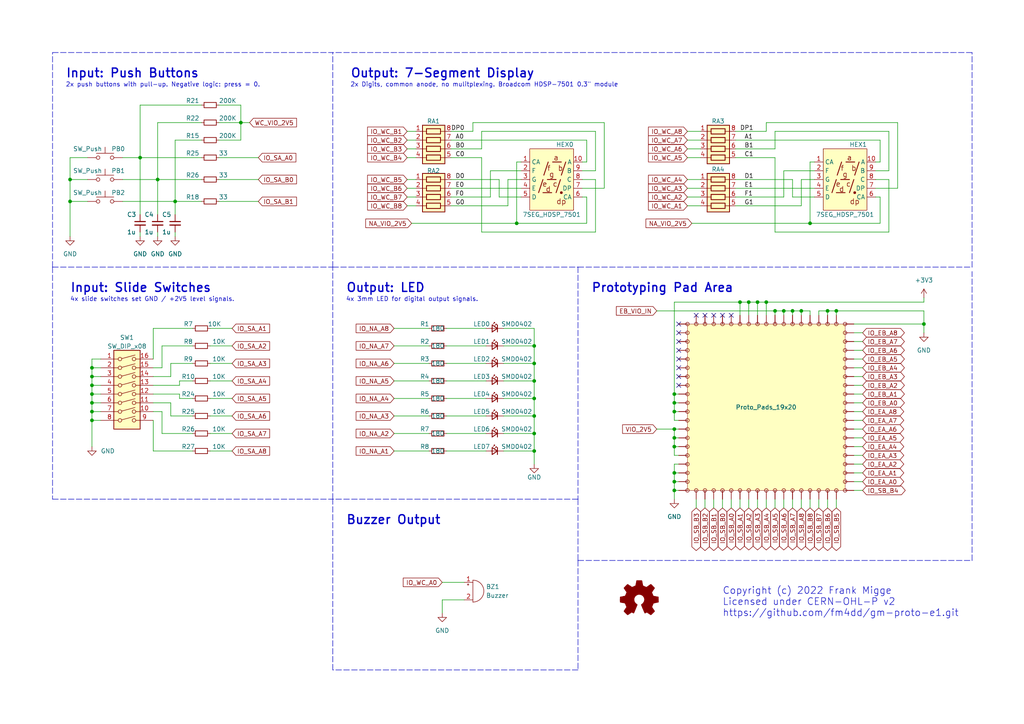
<source format=kicad_sch>
(kicad_sch (version 20211123) (generator eeschema)
  (paper "A4")
  (title_block (title "GateMate E1 Proto Board SMD - Input Output Signals") (date "2022-09-23"))
  (lib_symbols
    (symbol "01_FM4DD:R_Array_04" (pin_names (offset 0) hide)
      (property "Reference" "RA" (at 0 7.366 0))
      (property "Value" "R_Array_04" (at 0 -10.16 0))
      (symbol "R_Array_04_1_1"
        (pin passive line (at -5.08 3.81 0) (length 1.27) (name "R1") (number "1"))
        (pin passive line (at -5.08 1.27 0) (length 1.27) (name "R2") (number "2"))
        (pin passive line (at -5.08 -1.27 0) (length 1.27) (name "R3") (number "3"))
        (pin passive line (at -5.08 -3.81 0) (length 1.27) (name "R4") (number "4"))
        (pin passive line (at 5.08 -3.81 180) (length 1.27) (name "R4") (number "5"))
        (pin passive line (at 5.08 -1.27 180) (length 1.27) (name "R3") (number "6"))
        (pin passive line (at 5.08 1.27 180) (length 1.27) (name "R2") (number "7"))
        (pin passive line (at 5.08 3.81 180) (length 1.27) (name "R1") (number "8"))
      )
    )
    (symbol "Device:Buzzer" (pin_names (offset 0.0254) hide)
      (property "Reference" "BZ" (at 3.81 1.27 0))
      (property "Value" "Buzzer" (at 3.81 -1.27 0))
      (symbol "Buzzer_1_1"
        (pin passive line (at -2.54 2.54 0) (length 2.54) (name "-") (number "1"))
        (pin passive line (at -2.54 -2.54 0) (length 2.54) (name "+") (number "2"))
      )
    )
    (symbol "Device:C_Small" (pin_numbers hide) (pin_names (offset 0.254) hide)
      (property "Reference" "C" (at 0.254 1.778 0))
      (property "Value" "C_Small" (at 0.254 -2.032 0))
      (symbol "C_Small_1_1"
        (pin passive line (at 0 2.54 270) (length 2.032) (name "~") (number "1"))
        (pin passive line (at 0 -2.54 90) (length 2.032) (name "~") (number "2"))
      )
    )
    (symbol "Device:LED_Small" (pin_numbers hide) (pin_names (offset 0.254) hide)
      (property "Reference" "D" (at -1.27 3.175 0))
      (property "Value" "LED_Small" (at -4.445 -2.54 0))
      (symbol "LED_Small_1_1"
        (pin passive line (at -2.54 0 0) (length 1.778) (name "K") (number "1"))
        (pin passive line (at 2.54 0 180) (length 1.778) (name "A") (number "2"))
      )
    )
    (symbol "Device:R_Small" (pin_numbers hide) (pin_names (offset 0.254) hide)
      (property "Reference" "R" (at 0.762 0.508 0))
      (property "Value" "R_Small" (at 0.762 -1.016 0))
      (symbol "R_Small_1_1"
        (pin passive line (at 0 2.54 270) (length 0.762) (name "~") (number "1"))
        (pin passive line (at 0 -2.54 90) (length 0.762) (name "~") (number "2"))
      )
    )
    (symbol "FM4DD:7SEG_HDSP_7501"
      (property "Reference" "HEX" (at 3.81 10.16 0))
      (property "Value" "7SEG_HDSP_7501" (at 0 -15.24 0))
      (symbol "7SEG_HDSP_7501_0_0"
        (text "a" (at 1.27 6.35 0) (effects (font (size 1.524 1.524))))
        (text "b" (at 2.54 3.3 0) (effects (font (size 1.524 1.524))))
        (text "c" (at 1 -1.27 0) (effects (font (size 1.524 1.524))))
        (text "d" (at -1 -2.794 0) (effects (font (size 1.524 1.524))))
        (text "dp" (at 2.794 -6.35 0) (effects (font (size 1.524 1.524))))
        (text "e" (at -2 -1.27 0) (effects (font (size 1.524 1.524))))
        (text "f" (at -0.8 3.3 0) (effects (font (size 1.524 1.524))))
        (text "g" (at 0 1.524 0) (effects (font (size 1.524 1.524))))
      )
      (symbol "7SEG_HDSP_7501_1_1"
        (pin input line (at -8.89 5.08 0) (length 2.54) (name "CA") (number "1"))
        (pin input line (at 8.89 5.08 180) (length 2.54) (name "A") (number "10"))
        (pin input line (at -8.89 2.54 0) (length 2.54) (name "F") (number "2"))
        (pin input line (at -8.89 0 0) (length 2.54) (name "G") (number "3"))
        (pin input line (at -8.89 -2.54 0) (length 2.54) (name "E") (number "4"))
        (pin input line (at -8.89 -5.08 0) (length 2.54) (name "D") (number "5"))
        (pin input line (at 8.89 -5.08 180) (length 2.54) (name "CA") (number "6"))
        (pin input line (at 8.89 -2.54 180) (length 2.54) (name "DP") (number "7"))
        (pin input line (at 8.89 0 180) (length 2.54) (name "C") (number "8"))
        (pin input line (at 8.89 2.54 180) (length 2.54) (name "B") (number "9"))
      )
    )
    (symbol "FM4DD:Proto_Pads_19x20" (pin_numbers hide) (pin_names (offset 0) hide)
      (property "Value" "Proto_Pads_19x20" (at -1.778 -9.144 0))
      (symbol "Proto_Pads_19x20_1_1"
        (pin free line (at 25.4 -24.13 180) (length 2.54) (name "p1") (number "1"))
        (pin free line (at 25.4 -1.27 180) (length 2.54) (name "p10") (number "10"))
        (pin free line (at 25.4 1.27 180) (length 2.54) (name "p11") (number "11"))
        (pin free line (at 25.4 3.81 180) (length 2.54) (name "p12") (number "12"))
        (pin free line (at 25.4 6.35 180) (length 2.54) (name "p13") (number "13"))
        (pin free line (at 25.4 8.89 180) (length 2.54) (name "p14") (number "14"))
        (pin free line (at 25.4 11.43 180) (length 2.54) (name "p15") (number "15"))
        (pin free line (at 25.4 13.97 180) (length 2.54) (name "p16") (number "16"))
        (pin free line (at 25.4 16.51 180) (length 2.54) (name "p17") (number "17"))
        (pin free line (at 25.4 19.05 180) (length 2.54) (name "p18") (number "18"))
        (pin free line (at 25.4 21.59 180) (length 2.54) (name "p19") (number "19"))
        (pin free line (at 25.4 -21.59 180) (length 2.54) (name "p2") (number "2"))
        (pin free line (at 25.4 24.13 180) (length 2.54) (name "p20") (number "20"))
        (pin free line (at 20.32 26.67 270) (length 2.54) (name "p21") (number "21"))
        (pin free line (at 17.78 26.67 270) (length 2.54) (name "p22") (number "22"))
        (pin free line (at 15.24 26.67 270) (length 2.54) (name "p23") (number "23"))
        (pin free line (at 12.7 26.67 270) (length 2.54) (name "p24") (number "24"))
        (pin free line (at 10.16 26.67 270) (length 2.54) (name "p25") (number "25"))
        (pin free line (at 7.62 26.67 270) (length 2.54) (name "p26") (number "26"))
        (pin free line (at 5.08 26.67 270) (length 2.54) (name "p27") (number "27"))
        (pin free line (at 2.54 26.67 270) (length 2.54) (name "p28") (number "28"))
        (pin free line (at 0 26.67 270) (length 2.54) (name "p29") (number "29"))
        (pin free line (at 25.4 -19.05 180) (length 2.54) (name "p3") (number "3"))
        (pin free line (at -2.54 26.67 270) (length 2.54) (name "p30") (number "30"))
        (pin free line (at -5.08 26.67 270) (length 2.54) (name "p31") (number "31"))
        (pin free line (at -7.62 26.67 270) (length 2.54) (name "p32") (number "32"))
        (pin free line (at -10.16 26.67 270) (length 2.54) (name "p33") (number "33"))
        (pin free line (at -12.7 26.67 270) (length 2.54) (name "p34") (number "34"))
        (pin free line (at -15.24 26.67 270) (length 2.54) (name "p35") (number "35"))
        (pin free line (at -17.78 26.67 270) (length 2.54) (name "p36") (number "36"))
        (pin free line (at -20.32 26.67 270) (length 2.54) (name "p37") (number "37"))
        (pin free line (at -25.4 24.13 0) (length 2.54) (name "p38") (number "38"))
        (pin free line (at -25.4 21.59 0) (length 2.54) (name "p39") (number "39"))
        (pin free line (at 25.4 -16.51 180) (length 2.54) (name "p4") (number "4"))
        (pin free line (at -25.4 19.05 0) (length 2.54) (name "p40") (number "40"))
        (pin free line (at -25.4 16.51 0) (length 2.54) (name "p41") (number "41"))
        (pin free line (at -25.4 13.97 0) (length 2.54) (name "p42") (number "42"))
        (pin free line (at -25.4 11.43 0) (length 2.54) (name "p43") (number "43"))
        (pin free line (at -25.4 8.89 0) (length 2.54) (name "p44") (number "44"))
        (pin free line (at -25.4 6.35 0) (length 2.54) (name "p45") (number "45"))
        (pin free line (at -25.4 3.81 0) (length 2.54) (name "p46") (number "46"))
        (pin free line (at -25.4 1.27 0) (length 2.54) (name "p47") (number "47"))
        (pin free line (at -25.4 -1.27 0) (length 2.54) (name "p48") (number "48"))
        (pin free line (at -25.4 -3.81 0) (length 2.54) (name "p49") (number "49"))
        (pin free line (at 25.4 -13.97 180) (length 2.54) (name "p5") (number "5"))
        (pin free line (at -25.4 -6.35 0) (length 2.54) (name "p50") (number "50"))
        (pin free line (at -25.4 -8.89 0) (length 2.54) (name "p51") (number "51"))
        (pin free line (at -25.4 -11.43 0) (length 2.54) (name "p52") (number "52"))
        (pin free line (at -25.4 -13.97 0) (length 2.54) (name "p53") (number "53"))
        (pin free line (at -25.4 -16.51 0) (length 2.54) (name "p54") (number "54"))
        (pin free line (at -25.4 -19.05 0) (length 2.54) (name "p55") (number "55"))
        (pin free line (at -25.4 -21.59 0) (length 2.54) (name "p56") (number "56"))
        (pin free line (at -25.4 -24.13 0) (length 2.54) (name "p57") (number "57"))
        (pin free line (at -20.32 -26.67 90) (length 2.54) (name "p58") (number "58"))
        (pin free line (at -17.78 -26.67 90) (length 2.54) (name "p59") (number "59"))
        (pin free line (at 25.4 -11.43 180) (length 2.54) (name "p6") (number "6"))
        (pin free line (at -15.24 -26.67 90) (length 2.54) (name "p60") (number "60"))
        (pin free line (at -12.7 -26.67 90) (length 2.54) (name "p61") (number "61"))
        (pin free line (at -10.16 -26.67 90) (length 2.54) (name "p62") (number "62"))
        (pin free line (at -7.62 -26.67 90) (length 2.54) (name "p63") (number "63"))
        (pin free line (at -5.08 -26.67 90) (length 2.54) (name "p64") (number "64"))
        (pin free line (at -2.54 -26.67 90) (length 2.54) (name "p65") (number "65"))
        (pin free line (at 0 -26.67 90) (length 2.54) (name "p66") (number "66"))
        (pin free line (at 2.54 -26.67 90) (length 2.54) (name "p67") (number "67"))
        (pin free line (at 5.08 -26.67 90) (length 2.54) (name "p68") (number "68"))
        (pin free line (at 7.62 -26.67 90) (length 2.54) (name "p69") (number "69"))
        (pin free line (at 25.4 -8.89 180) (length 2.54) (name "p7") (number "7"))
        (pin free line (at 10.16 -26.67 90) (length 2.54) (name "p70") (number "70"))
        (pin free line (at 12.7 -26.67 90) (length 2.54) (name "p71") (number "71"))
        (pin free line (at 15.24 -26.67 90) (length 2.54) (name "p72") (number "72"))
        (pin free line (at 17.78 -26.67 90) (length 2.54) (name "p73") (number "73"))
        (pin free line (at 20.32 -26.67 90) (length 2.54) (name "p74") (number "74"))
        (pin free line (at 25.4 -6.35 180) (length 2.54) (name "p8") (number "8"))
        (pin free line (at 25.4 -3.81 180) (length 2.54) (name "p9") (number "9"))
      )
    )
    (symbol "Graphic:Logo_Open_Hardware_Small" (pin_names (offset 1.016)))
    (symbol "Switch:SW_DIP_x08" (pin_names (offset 0) hide)
      (property "Reference" "SW" (at 0 13.97 0))
      (property "Value" "SW_DIP_x08" (at 0 -11.43 0))
      (symbol "SW_DIP_x08_1_1"
        (pin passive line (at -7.62 10.16 0) (length 5.08) (name "~") (number "1"))
        (pin passive line (at 7.62 -5.08 180) (length 5.08) (name "~") (number "10"))
        (pin passive line (at 7.62 -2.54 180) (length 5.08) (name "~") (number "11"))
        (pin passive line (at 7.62 0 180) (length 5.08) (name "~") (number "12"))
        (pin passive line (at 7.62 2.54 180) (length 5.08) (name "~") (number "13"))
        (pin passive line (at 7.62 5.08 180) (length 5.08) (name "~") (number "14"))
        (pin passive line (at 7.62 7.62 180) (length 5.08) (name "~") (number "15"))
        (pin passive line (at 7.62 10.16 180) (length 5.08) (name "~") (number "16"))
        (pin passive line (at -7.62 7.62 0) (length 5.08) (name "~") (number "2"))
        (pin passive line (at -7.62 5.08 0) (length 5.08) (name "~") (number "3"))
        (pin passive line (at -7.62 2.54 0) (length 5.08) (name "~") (number "4"))
        (pin passive line (at -7.62 0 0) (length 5.08) (name "~") (number "5"))
        (pin passive line (at -7.62 -2.54 0) (length 5.08) (name "~") (number "6"))
        (pin passive line (at -7.62 -5.08 0) (length 5.08) (name "~") (number "7"))
        (pin passive line (at -7.62 -7.62 0) (length 5.08) (name "~") (number "8"))
        (pin passive line (at 7.62 -7.62 180) (length 5.08) (name "~") (number "9"))
      )
    )
    (symbol "Switch:SW_Push" (pin_numbers hide) (pin_names (offset 1.016) hide)
      (property "Reference" "SW" (at 1.27 2.54 0))
      (property "Value" "SW_Push" (at 0 -1.524 0))
      (symbol "SW_Push_0_1"
        (pin passive line (at -5.08 0 0) (length 2.54) (name "1") (number "1"))
        (pin passive line (at 5.08 0 180) (length 2.54) (name "2") (number "2"))
      )
    )
    (symbol "power:+3V3" (power) (pin_names (offset 0))
      (property "Value" "+3V3" (at 0 3.556 0))
      (symbol "+3V3_1_1"
        (pin power_in line (at 0 0 90) (length 0) hide (name "+3V3") (number "1"))
      )
    )
    (symbol "power:GND" (power) (pin_names (offset 0))
      (property "Value" "GND" (at 0 -3.81 0))
      (symbol "GND_1_1"
        (pin power_in line (at 0 0 270) (length 0) hide (name "GND") (number "1"))
      )
    )
  )
  (junction (at 40.64 45.72))
  (junction (at 20.32 58.42))
  (junction (at 267.97 93.98))
  (junction (at 214.63 87.63))
  (junction (at 195.58 116.84))
  (junction (at 227.33 90.17))
  (junction (at 149.86 64.77))
  (junction (at 195.58 124.46))
  (junction (at 154.94 115.57))
  (junction (at 232.41 90.17))
  (junction (at 154.94 125.73))
  (junction (at 229.87 90.17))
  (junction (at 224.79 90.17))
  (junction (at 195.58 139.7))
  (junction (at 154.94 110.49))
  (junction (at 154.94 130.81))
  (junction (at 242.57 90.17))
  (junction (at 195.58 119.38))
  (junction (at 154.94 120.65))
  (junction (at 45.72 52.07))
  (junction (at 195.58 127))
  (junction (at 26.67 114.3))
  (junction (at 26.67 111.76))
  (junction (at 195.58 137.16))
  (junction (at 50.8 58.42))
  (junction (at 20.32 52.07))
  (junction (at 26.67 106.68))
  (junction (at 234.95 64.77))
  (junction (at 69.85 35.56))
  (junction (at 240.03 90.17))
  (junction (at 154.94 100.33))
  (junction (at 217.17 87.63))
  (junction (at 26.67 109.22))
  (junction (at 195.58 142.24))
  (junction (at 154.94 105.41))
  (junction (at 26.67 119.38))
  (junction (at 222.25 87.63))
  (junction (at 26.67 121.92))
  (junction (at 195.58 129.54))
  (junction (at 219.71 87.63))
  (junction (at 195.58 114.3))
  (junction (at 26.67 116.84))
  (no_connect (at 196.85 104.14))
  (no_connect (at 196.85 111.76))
  (no_connect (at 196.85 109.22))
  (no_connect (at 196.85 106.68))
  (no_connect (at 196.85 101.6))
  (no_connect (at 196.85 99.06))
  (no_connect (at 196.85 96.52))
  (no_connect (at 196.85 93.98))
  (no_connect (at 201.93 91.44))
  (no_connect (at 204.47 91.44))
  (no_connect (at 207.01 91.44))
  (no_connect (at 209.55 91.44))
  (no_connect (at 212.09 91.44))
  (wire (pts (xy 247.65 116.84) (xy 250.19 116.84)))
  (wire (pts (xy 63.5 45.72) (xy 74.93 45.72)))
  (wire (pts (xy 137.16 35.56) (xy 175.26 35.56)))
  (wire (pts (xy 234.95 144.78) (xy 234.95 147.32)))
  (wire (pts (xy 217.17 144.78) (xy 217.17 147.32)))
  (wire (pts (xy 170.18 57.15) (xy 170.18 64.77)))
  (wire (pts (xy 227.33 57.15) (xy 227.33 49.53)))
  (wire (pts (xy 196.85 132.08) (xy 195.58 132.08)))
  (wire (pts (xy 219.71 87.63) (xy 222.25 87.63)))
  (wire (pts (xy 257.81 52.07) (xy 254 52.07)))
  (wire (pts (xy 45.72 35.56) (xy 58.42 35.56)))
  (wire (pts (xy 170.18 64.77) (xy 149.86 64.77)))
  (wire (pts (xy 200.66 64.77) (xy 234.95 64.77)))
  (polyline (pts (xy 167.64 162.56) (xy 281.94 162.56)))
  (wire (pts (xy 26.67 121.92) (xy 26.67 129.54)))
  (wire (pts (xy 63.5 30.48) (xy 69.85 30.48)))
  (wire (pts (xy 240.03 90.17) (xy 240.03 91.44)))
  (wire (pts (xy 247.65 119.38) (xy 250.19 119.38)))
  (wire (pts (xy 20.32 58.42) (xy 20.32 68.58)))
  (wire (pts (xy 35.56 58.42) (xy 50.8 58.42)))
  (wire (pts (xy 213.36 54.61) (xy 236.22 54.61)))
  (wire (pts (xy 147.32 52.07) (xy 147.32 59.69)))
  (wire (pts (xy 118.11 52.07) (xy 120.65 52.07)))
  (wire (pts (xy 118.11 45.72) (xy 120.65 45.72)))
  (wire (pts (xy 29.21 109.22) (xy 26.67 109.22)))
  (wire (pts (xy 247.65 106.68) (xy 250.19 106.68)))
  (wire (pts (xy 247.65 114.3) (xy 250.19 114.3)))
  (wire (pts (xy 232.41 144.78) (xy 232.41 147.32)))
  (wire (pts (xy 114.3 105.41) (xy 124.46 105.41)))
  (wire (pts (xy 35.56 45.72) (xy 40.64 45.72)))
  (wire (pts (xy 44.45 106.68) (xy 46.99 106.68)))
  (wire (pts (xy 146.05 110.49) (xy 154.94 110.49)))
  (wire (pts (xy 195.58 142.24) (xy 196.85 142.24)))
  (wire (pts (xy 134.62 173.99) (xy 128.27 173.99)))
  (wire (pts (xy 240.03 144.78) (xy 240.03 147.32)))
  (wire (pts (xy 229.87 57.15) (xy 236.22 57.15)))
  (polyline (pts (xy 96.52 77.47) (xy 167.64 77.47)))
  (wire (pts (xy 52.07 111.76) (xy 52.07 110.49)))
  (wire (pts (xy 224.79 90.17) (xy 224.79 91.44)))
  (wire (pts (xy 130.81 45.72) (xy 139.7 45.72)))
  (wire (pts (xy 224.79 144.78) (xy 224.79 147.32)))
  (wire (pts (xy 229.87 90.17) (xy 232.41 90.17)))
  (wire (pts (xy 190.5 124.46) (xy 195.58 124.46)))
  (wire (pts (xy 213.36 45.72) (xy 224.79 45.72)))
  (wire (pts (xy 129.54 100.33) (xy 140.97 100.33)))
  (wire (pts (xy 195.58 114.3) (xy 195.58 87.63)))
  (polyline (pts (xy 167.64 144.78) (xy 167.64 162.56)))
  (wire (pts (xy 129.54 125.73) (xy 140.97 125.73)))
  (wire (pts (xy 118.11 38.1) (xy 120.65 38.1)))
  (wire (pts (xy 196.85 134.62) (xy 195.58 134.62)))
  (wire (pts (xy 195.58 124.46) (xy 196.85 124.46)))
  (wire (pts (xy 63.5 40.64) (xy 69.85 40.64)))
  (wire (pts (xy 29.21 116.84) (xy 26.67 116.84)))
  (wire (pts (xy 172.72 38.1) (xy 139.7 38.1)))
  (polyline (pts (xy 15.24 77.47) (xy 15.24 15.24)))
  (wire (pts (xy 139.7 38.1) (xy 139.7 43.18)))
  (wire (pts (xy 60.96 115.57) (xy 67.31 115.57)))
  (wire (pts (xy 129.54 105.41) (xy 140.97 105.41)))
  (wire (pts (xy 195.58 139.7) (xy 195.58 142.24)))
  (wire (pts (xy 232.41 59.69) (xy 213.36 59.69)))
  (wire (pts (xy 255.27 46.99) (xy 255.27 40.64)))
  (wire (pts (xy 227.33 90.17) (xy 227.33 91.44)))
  (wire (pts (xy 118.11 43.18) (xy 120.65 43.18)))
  (wire (pts (xy 240.03 90.17) (xy 242.57 90.17)))
  (wire (pts (xy 154.94 95.25) (xy 154.94 100.33)))
  (wire (pts (xy 267.97 96.52) (xy 267.97 93.98)))
  (wire (pts (xy 60.96 95.25) (xy 67.31 95.25)))
  (wire (pts (xy 254 57.15) (xy 255.27 57.15)))
  (wire (pts (xy 229.87 144.78) (xy 229.87 147.32)))
  (wire (pts (xy 154.94 120.65) (xy 154.94 125.73)))
  (wire (pts (xy 237.49 90.17) (xy 237.49 91.44)))
  (wire (pts (xy 114.3 95.25) (xy 124.46 95.25)))
  (wire (pts (xy 46.99 119.38) (xy 46.99 125.73)))
  (wire (pts (xy 204.47 144.78) (xy 204.47 147.32)))
  (wire (pts (xy 267.97 90.17) (xy 267.97 93.98)))
  (polyline (pts (xy 167.64 162.56) (xy 167.64 194.31)))
  (wire (pts (xy 195.58 137.16) (xy 195.58 139.7)))
  (wire (pts (xy 227.33 90.17) (xy 229.87 90.17)))
  (wire (pts (xy 49.53 109.22) (xy 49.53 105.41)))
  (wire (pts (xy 69.85 40.64) (xy 69.85 35.56)))
  (wire (pts (xy 49.53 105.41) (xy 55.88 105.41)))
  (polyline (pts (xy 167.64 77.47) (xy 281.94 77.47)))
  (polyline (pts (xy 15.24 77.47) (xy 96.52 77.47)))
  (wire (pts (xy 49.53 116.84) (xy 49.53 120.65)))
  (wire (pts (xy 142.24 49.53) (xy 151.13 49.53)))
  (wire (pts (xy 20.32 45.72) (xy 20.32 52.07)))
  (wire (pts (xy 26.67 106.68) (xy 26.67 109.22)))
  (wire (pts (xy 207.01 144.78) (xy 207.01 147.32)))
  (wire (pts (xy 50.8 67.31) (xy 50.8 68.58)))
  (wire (pts (xy 168.91 46.99) (xy 170.18 46.99)))
  (wire (pts (xy 60.96 120.65) (xy 67.31 120.65)))
  (wire (pts (xy 168.91 49.53) (xy 172.72 49.53)))
  (wire (pts (xy 118.11 40.64) (xy 120.65 40.64)))
  (wire (pts (xy 29.21 119.38) (xy 26.67 119.38)))
  (wire (pts (xy 172.72 67.31) (xy 172.72 52.07)))
  (wire (pts (xy 50.8 58.42) (xy 50.8 40.64)))
  (wire (pts (xy 222.25 144.78) (xy 222.25 147.32)))
  (wire (pts (xy 146.05 95.25) (xy 154.94 95.25)))
  (wire (pts (xy 195.58 129.54) (xy 195.58 127)))
  (wire (pts (xy 29.21 106.68) (xy 26.67 106.68)))
  (wire (pts (xy 146.05 105.41) (xy 154.94 105.41)))
  (wire (pts (xy 154.94 125.73) (xy 154.94 130.81)))
  (wire (pts (xy 267.97 87.63) (xy 222.25 87.63)))
  (wire (pts (xy 139.7 43.18) (xy 130.81 43.18)))
  (wire (pts (xy 257.81 67.31) (xy 257.81 52.07)))
  (wire (pts (xy 44.45 95.25) (xy 55.88 95.25)))
  (wire (pts (xy 26.67 109.22) (xy 26.67 111.76)))
  (wire (pts (xy 118.11 59.69) (xy 120.65 59.69)))
  (wire (pts (xy 199.39 59.69) (xy 203.2 59.69)))
  (polyline (pts (xy 15.24 144.78) (xy 96.52 144.78)))
  (wire (pts (xy 29.21 111.76) (xy 26.67 111.76)))
  (wire (pts (xy 137.16 38.1) (xy 137.16 35.56)))
  (wire (pts (xy 213.36 38.1) (xy 222.25 38.1)))
  (wire (pts (xy 144.78 57.15) (xy 151.13 57.15)))
  (wire (pts (xy 44.45 109.22) (xy 49.53 109.22)))
  (wire (pts (xy 257.81 38.1) (xy 224.79 38.1)))
  (wire (pts (xy 60.96 130.81) (xy 67.31 130.81)))
  (wire (pts (xy 25.4 45.72) (xy 20.32 45.72)))
  (wire (pts (xy 139.7 45.72) (xy 139.7 67.31)))
  (wire (pts (xy 212.09 144.78) (xy 212.09 147.32)))
  (wire (pts (xy 149.86 64.77) (xy 149.86 46.99)))
  (wire (pts (xy 227.33 144.78) (xy 227.33 147.32)))
  (wire (pts (xy 44.45 119.38) (xy 46.99 119.38)))
  (wire (pts (xy 114.3 130.81) (xy 124.46 130.81)))
  (polyline (pts (xy 167.64 194.31) (xy 96.52 194.31)))
  (wire (pts (xy 35.56 52.07) (xy 45.72 52.07)))
  (wire (pts (xy 114.3 120.65) (xy 124.46 120.65)))
  (wire (pts (xy 69.85 35.56) (xy 72.39 35.56)))
  (wire (pts (xy 199.39 57.15) (xy 203.2 57.15)))
  (wire (pts (xy 247.65 124.46) (xy 250.19 124.46)))
  (wire (pts (xy 129.54 110.49) (xy 140.97 110.49)))
  (wire (pts (xy 154.94 110.49) (xy 154.94 115.57)))
  (wire (pts (xy 214.63 144.78) (xy 214.63 147.32)))
  (wire (pts (xy 237.49 144.78) (xy 237.49 147.32)))
  (polyline (pts (xy 281.94 77.47) (xy 281.94 15.24)))
  (wire (pts (xy 44.45 130.81) (xy 55.88 130.81)))
  (wire (pts (xy 213.36 57.15) (xy 227.33 57.15)))
  (wire (pts (xy 242.57 90.17) (xy 242.57 91.44)))
  (wire (pts (xy 154.94 100.33) (xy 154.94 105.41)))
  (wire (pts (xy 222.25 35.56) (xy 260.35 35.56)))
  (wire (pts (xy 224.79 45.72) (xy 224.79 67.31)))
  (polyline (pts (xy 167.64 162.56) (xy 167.64 162.56)))
  (wire (pts (xy 40.64 45.72) (xy 58.42 45.72)))
  (wire (pts (xy 154.94 105.41) (xy 154.94 110.49)))
  (wire (pts (xy 247.65 127) (xy 250.19 127)))
  (wire (pts (xy 232.41 52.07) (xy 232.41 59.69)))
  (wire (pts (xy 195.58 134.62) (xy 195.58 137.16)))
  (wire (pts (xy 247.65 132.08) (xy 250.19 132.08)))
  (wire (pts (xy 175.26 54.61) (xy 168.91 54.61)))
  (wire (pts (xy 146.05 130.81) (xy 154.94 130.81)))
  (wire (pts (xy 29.21 121.92) (xy 26.67 121.92)))
  (wire (pts (xy 44.45 111.76) (xy 52.07 111.76)))
  (wire (pts (xy 128.27 168.91) (xy 134.62 168.91)))
  (polyline (pts (xy 167.64 144.78) (xy 96.52 144.78)))
  (wire (pts (xy 236.22 52.07) (xy 232.41 52.07)))
  (wire (pts (xy 247.65 109.22) (xy 250.19 109.22)))
  (wire (pts (xy 247.65 121.92) (xy 250.19 121.92)))
  (wire (pts (xy 214.63 91.44) (xy 214.63 87.63)))
  (wire (pts (xy 234.95 64.77) (xy 234.95 46.99)))
  (wire (pts (xy 114.3 110.49) (xy 124.46 110.49)))
  (wire (pts (xy 50.8 58.42) (xy 58.42 58.42)))
  (wire (pts (xy 119.38 64.77) (xy 149.86 64.77)))
  (wire (pts (xy 175.26 35.56) (xy 175.26 54.61)))
  (wire (pts (xy 217.17 91.44) (xy 217.17 87.63)))
  (wire (pts (xy 172.72 52.07) (xy 168.91 52.07)))
  (wire (pts (xy 195.58 87.63) (xy 214.63 87.63)))
  (wire (pts (xy 40.64 67.31) (xy 40.64 68.58)))
  (wire (pts (xy 50.8 40.64) (xy 58.42 40.64)))
  (wire (pts (xy 45.72 52.07) (xy 45.72 62.23)))
  (wire (pts (xy 130.81 52.07) (xy 144.78 52.07)))
  (wire (pts (xy 60.96 100.33) (xy 67.31 100.33)))
  (wire (pts (xy 128.27 173.99) (xy 128.27 177.8)))
  (polyline (pts (xy 96.52 77.47) (xy 96.52 15.24)))
  (wire (pts (xy 195.58 127) (xy 195.58 124.46)))
  (wire (pts (xy 236.22 46.99) (xy 234.95 46.99)))
  (wire (pts (xy 219.71 91.44) (xy 219.71 87.63)))
  (wire (pts (xy 247.65 96.52) (xy 250.19 96.52)))
  (wire (pts (xy 195.58 114.3) (xy 196.85 114.3)))
  (wire (pts (xy 199.39 38.1) (xy 203.2 38.1)))
  (wire (pts (xy 195.58 116.84) (xy 195.58 119.38)))
  (wire (pts (xy 254 49.53) (xy 257.81 49.53)))
  (wire (pts (xy 242.57 144.78) (xy 242.57 147.32)))
  (wire (pts (xy 129.54 115.57) (xy 140.97 115.57)))
  (wire (pts (xy 151.13 46.99) (xy 149.86 46.99)))
  (wire (pts (xy 242.57 90.17) (xy 267.97 90.17)))
  (wire (pts (xy 60.96 125.73) (xy 67.31 125.73)))
  (wire (pts (xy 139.7 67.31) (xy 172.72 67.31)))
  (wire (pts (xy 247.65 142.24) (xy 250.19 142.24)))
  (wire (pts (xy 195.58 121.92) (xy 196.85 121.92)))
  (wire (pts (xy 247.65 101.6) (xy 250.19 101.6)))
  (wire (pts (xy 45.72 52.07) (xy 58.42 52.07)))
  (wire (pts (xy 114.3 100.33) (xy 124.46 100.33)))
  (wire (pts (xy 247.65 134.62) (xy 250.19 134.62)))
  (wire (pts (xy 201.93 144.78) (xy 201.93 147.32)))
  (wire (pts (xy 63.5 35.56) (xy 69.85 35.56)))
  (wire (pts (xy 49.53 120.65) (xy 55.88 120.65)))
  (wire (pts (xy 154.94 130.81) (xy 154.94 134.62)))
  (wire (pts (xy 237.49 90.17) (xy 240.03 90.17)))
  (wire (pts (xy 170.18 46.99) (xy 170.18 40.64)))
  (wire (pts (xy 118.11 54.61) (xy 120.65 54.61)))
  (wire (pts (xy 224.79 43.18) (xy 213.36 43.18)))
  (wire (pts (xy 114.3 125.73) (xy 124.46 125.73)))
  (wire (pts (xy 195.58 137.16) (xy 196.85 137.16)))
  (wire (pts (xy 195.58 116.84) (xy 196.85 116.84)))
  (wire (pts (xy 26.67 111.76) (xy 26.67 114.3)))
  (wire (pts (xy 46.99 125.73) (xy 55.88 125.73)))
  (wire (pts (xy 130.81 40.64) (xy 170.18 40.64)))
  (wire (pts (xy 147.32 59.69) (xy 130.81 59.69)))
  (wire (pts (xy 217.17 87.63) (xy 219.71 87.63)))
  (wire (pts (xy 267.97 86.36) (xy 267.97 87.63)))
  (wire (pts (xy 52.07 114.3) (xy 52.07 115.57)))
  (wire (pts (xy 55.88 115.57) (xy 52.07 115.57)))
  (wire (pts (xy 190.5 90.17) (xy 224.79 90.17)))
  (wire (pts (xy 63.5 52.07) (xy 74.93 52.07)))
  (wire (pts (xy 45.72 35.56) (xy 45.72 52.07)))
  (wire (pts (xy 232.41 90.17) (xy 234.95 90.17)))
  (wire (pts (xy 219.71 144.78) (xy 219.71 147.32)))
  (wire (pts (xy 229.87 52.07) (xy 229.87 57.15)))
  (wire (pts (xy 195.58 119.38) (xy 196.85 119.38)))
  (wire (pts (xy 63.5 58.42) (xy 74.93 58.42)))
  (polyline (pts (xy 281.94 162.56) (xy 281.94 78.74)))
  (wire (pts (xy 209.55 144.78) (xy 209.55 147.32)))
  (wire (pts (xy 234.95 91.44) (xy 234.95 90.17)))
  (wire (pts (xy 195.58 142.24) (xy 195.58 144.78)))
  (wire (pts (xy 129.54 95.25) (xy 140.97 95.25)))
  (wire (pts (xy 247.65 137.16) (xy 250.19 137.16)))
  (wire (pts (xy 232.41 90.17) (xy 232.41 91.44)))
  (wire (pts (xy 199.39 54.61) (xy 203.2 54.61)))
  (wire (pts (xy 222.25 38.1) (xy 222.25 35.56)))
  (wire (pts (xy 168.91 57.15) (xy 170.18 57.15)))
  (wire (pts (xy 195.58 119.38) (xy 195.58 121.92)))
  (wire (pts (xy 130.81 54.61) (xy 151.13 54.61)))
  (wire (pts (xy 255.27 57.15) (xy 255.27 64.77)))
  (wire (pts (xy 130.81 57.15) (xy 142.24 57.15)))
  (wire (pts (xy 29.21 104.14) (xy 26.67 104.14)))
  (wire (pts (xy 255.27 64.77) (xy 234.95 64.77)))
  (wire (pts (xy 224.79 67.31) (xy 257.81 67.31)))
  (wire (pts (xy 247.65 129.54) (xy 250.19 129.54)))
  (wire (pts (xy 26.67 104.14) (xy 26.67 106.68)))
  (polyline (pts (xy 96.52 194.31) (xy 96.52 144.78)))
  (wire (pts (xy 195.58 116.84) (xy 195.58 114.3)))
  (wire (pts (xy 227.33 49.53) (xy 236.22 49.53)))
  (polyline (pts (xy 281.94 15.24) (xy 96.52 15.24)))
  (wire (pts (xy 44.45 114.3) (xy 52.07 114.3)))
  (wire (pts (xy 151.13 52.07) (xy 147.32 52.07)))
  (wire (pts (xy 46.99 106.68) (xy 46.99 100.33)))
  (wire (pts (xy 229.87 90.17) (xy 229.87 91.44)))
  (wire (pts (xy 260.35 54.61) (xy 254 54.61)))
  (wire (pts (xy 26.67 114.3) (xy 26.67 116.84)))
  (wire (pts (xy 199.39 43.18) (xy 203.2 43.18)))
  (wire (pts (xy 118.11 57.15) (xy 120.65 57.15)))
  (wire (pts (xy 195.58 132.08) (xy 195.58 129.54)))
  (wire (pts (xy 114.3 115.57) (xy 124.46 115.57)))
  (wire (pts (xy 199.39 45.72) (xy 203.2 45.72)))
  (wire (pts (xy 214.63 87.63) (xy 217.17 87.63)))
  (polyline (pts (xy 15.24 77.47) (xy 15.24 144.78)))
  (wire (pts (xy 55.88 110.49) (xy 52.07 110.49)))
  (wire (pts (xy 247.65 99.06) (xy 250.19 99.06)))
  (wire (pts (xy 144.78 52.07) (xy 144.78 57.15)))
  (wire (pts (xy 154.94 115.57) (xy 154.94 120.65)))
  (wire (pts (xy 44.45 121.92) (xy 44.45 130.81)))
  (wire (pts (xy 224.79 90.17) (xy 227.33 90.17)))
  (polyline (pts (xy 96.52 144.78) (xy 96.52 77.47)))
  (wire (pts (xy 199.39 40.64) (xy 203.2 40.64)))
  (wire (pts (xy 247.65 111.76) (xy 250.19 111.76)))
  (wire (pts (xy 129.54 130.81) (xy 140.97 130.81)))
  (wire (pts (xy 146.05 120.65) (xy 154.94 120.65)))
  (wire (pts (xy 26.67 119.38) (xy 26.67 121.92)))
  (wire (pts (xy 46.99 100.33) (xy 55.88 100.33)))
  (wire (pts (xy 130.81 38.1) (xy 137.16 38.1)))
  (wire (pts (xy 20.32 52.07) (xy 25.4 52.07)))
  (wire (pts (xy 222.25 87.63) (xy 222.25 91.44)))
  (wire (pts (xy 44.45 116.84) (xy 49.53 116.84)))
  (wire (pts (xy 146.05 100.33) (xy 154.94 100.33)))
  (wire (pts (xy 195.58 127) (xy 196.85 127)))
  (wire (pts (xy 29.21 114.3) (xy 26.67 114.3)))
  (wire (pts (xy 50.8 58.42) (xy 50.8 62.23)))
  (wire (pts (xy 20.32 58.42) (xy 25.4 58.42)))
  (wire (pts (xy 213.36 40.64) (xy 255.27 40.64)))
  (wire (pts (xy 247.65 104.14) (xy 250.19 104.14)))
  (wire (pts (xy 172.72 49.53) (xy 172.72 38.1)))
  (wire (pts (xy 40.64 30.48) (xy 58.42 30.48)))
  (wire (pts (xy 195.58 139.7) (xy 196.85 139.7)))
  (wire (pts (xy 40.64 45.72) (xy 40.64 62.23)))
  (wire (pts (xy 247.65 139.7) (xy 250.19 139.7)))
  (wire (pts (xy 60.96 110.49) (xy 67.31 110.49)))
  (wire (pts (xy 45.72 67.31) (xy 45.72 68.58)))
  (polyline (pts (xy 15.24 15.24) (xy 96.52 15.24)))
  (wire (pts (xy 26.67 116.84) (xy 26.67 119.38)))
  (wire (pts (xy 20.32 52.07) (xy 20.32 58.42)))
  (wire (pts (xy 199.39 52.07) (xy 203.2 52.07)))
  (wire (pts (xy 146.05 115.57) (xy 154.94 115.57)))
  (wire (pts (xy 213.36 52.07) (xy 229.87 52.07)))
  (wire (pts (xy 44.45 104.14) (xy 44.45 95.25)))
  (wire (pts (xy 60.96 105.41) (xy 67.31 105.41)))
  (wire (pts (xy 146.05 125.73) (xy 154.94 125.73)))
  (wire (pts (xy 257.81 49.53) (xy 257.81 38.1)))
  (wire (pts (xy 129.54 120.65) (xy 140.97 120.65)))
  (polyline (pts (xy 167.64 77.47) (xy 167.64 144.78)))
  (wire (pts (xy 247.65 93.98) (xy 267.97 93.98)))
  (wire (pts (xy 142.24 57.15) (xy 142.24 49.53)))
  (wire (pts (xy 40.64 30.48) (xy 40.64 45.72)))
  (wire (pts (xy 195.58 129.54) (xy 196.85 129.54)))
  (wire (pts (xy 260.35 35.56) (xy 260.35 54.61)))
  (wire (pts (xy 69.85 35.56) (xy 69.85 30.48)))
  (wire (pts (xy 254 46.99) (xy 255.27 46.99)))
  (wire (pts (xy 224.79 38.1) (xy 224.79 43.18)))
  (text "Prototyping Pad Area" (at 171.45 85.09 0) (effects (font (size 2.54 2.54) (thickness 0.4) bold) (justify left bottom)))
  (text "Copyright (c) 2022 Frank Migge\nLicensed under CERN-OHL-P v2\nhttps://github.com/fm4dd/gm-proto-e1.git" (at 209.55 179.07 0) (effects (font (size 2 2)) (justify left bottom)))
  (text "2x push buttons with pull-up. Negative logic: press = 0." (at 19.05 25.4 0) (effects (font (size 1.27 1.27)) (justify left bottom)))
  (text "Input: Push Buttons" (at 19.05 22.86 0) (effects (font (size 2.54 2.54) (thickness 0.4) bold) (justify left bottom)))
  (text "4x slide switches set GND / +2V5 level signals." (at 20.32 87.63 0) (effects (font (size 1.27 1.27)) (justify left bottom)))
  (text "Input: Slide Switches" (at 20.32 85.09 0) (effects (font (size 2.54 2.54) (thickness 0.4) bold) (justify left bottom)))
  (text "4x 3mm LED for digital output signals." (at 100.33 87.63 0) (effects (font (size 1.27 1.27)) (justify left bottom)))
  (text "Output: 7-Segment Display" (at 101.6 22.86 0) (effects (font (size 2.54 2.54) (thickness 0.4) bold) (justify left bottom)))
  (text "Output: LED" (at 100.33 85.09 0) (effects (font (size 2.54 2.54) (thickness 0.4) bold) (justify left bottom)))
  (text "2x Digits, common anode, no mulitplexing. Broadcom HDSP-7501 0.3\" module" (at 101.6 25.4 0) (effects (font (size 1.27 1.27)) (justify left bottom)))
  (text "Buzzer Output" (at 100.33 152.4 0) (effects (font (size 2.54 2.54) (thickness 0.4) bold) (justify left bottom)))
  (label "C0" (at 132.08 45.72 0))
  (label "C1" (at 215.9 45.72 0))
  (label "A0" (at 132.08 40.64 0))
  (label "F0" (at 132.08 57.15 0))
  (label "D0" (at 132.08 52.07 0))
  (label "B0" (at 132.08 43.18 0))
  (label "G1" (at 215.9 59.69 0))
  (label "A1" (at 215.9 40.64 0))
  (label "G0" (at 132.08 59.69 0))
  (label "E0" (at 132.08 54.61 0))
  (label "F1" (at 215.9 57.15 0))
  (label "B1" (at 215.9 43.18 0))
  (label "D1" (at 215.9 52.07 0))
  (label "E1" (at 215.9 54.61 0))
  (label "DP1" (at 214.63 38.1 0))
  (label "DP0" (at 130.81 38.1 0))
  (global_label "IO_NA_A4" (shape input) (at 114.3 115.57 180) (property "Intersheet References" "${INTERSHEET_REFS}" (effects hide)))
  (global_label "IO_EB_A7" (shape bidirectional) (at 250.19 99.06 0) (property "Intersheet References" "${INTERSHEET_REFS}" (effects hide)))
  (global_label "IO_SB_B4" (shape bidirectional) (at 250.19 142.24 0) (property "Intersheet References" "${INTERSHEET_REFS}" (effects hide)))
  (global_label "IO_WC_B2" (shape input) (at 118.11 40.64 180) (property "Intersheet References" "${INTERSHEET_REFS}" (effects hide)))
  (global_label "IO_WC_A3" (shape input) (at 199.39 54.61 180) (property "Intersheet References" "${INTERSHEET_REFS}" (effects hide)))
  (global_label "IO_EA_A7" (shape bidirectional) (at 250.19 121.92 0) (property "Intersheet References" "${INTERSHEET_REFS}" (effects hide)))
  (global_label "IO_WC_B1" (shape input) (at 118.11 38.1 180) (property "Intersheet References" "${INTERSHEET_REFS}" (effects hide)))
  (global_label "IO_EB_A0" (shape bidirectional) (at 250.19 116.84 0) (property "Intersheet References" "${INTERSHEET_REFS}" (effects hide)))
  (global_label "IO_EB_A6" (shape bidirectional) (at 250.19 101.6 0) (property "Intersheet References" "${INTERSHEET_REFS}" (effects hide)))
  (global_label "IO_WC_A6" (shape input) (at 199.39 43.18 180) (property "Intersheet References" "${INTERSHEET_REFS}" (effects hide)))
  (global_label "IO_SA_A1" (shape input) (at 67.31 95.25 0) (property "Intersheet References" "${INTERSHEET_REFS}" (effects hide)))
  (global_label "IO_SB_A2" (shape bidirectional) (at 217.17 147.32 270) (property "Intersheet References" "${INTERSHEET_REFS}" (effects hide)))
  (global_label "IO_EA_A3" (shape bidirectional) (at 250.19 132.08 0) (property "Intersheet References" "${INTERSHEET_REFS}" (effects hide)))
  (global_label "IO_EA_A5" (shape bidirectional) (at 250.19 127 0) (property "Intersheet References" "${INTERSHEET_REFS}" (effects hide)))
  (global_label "IO_EA_A1" (shape bidirectional) (at 250.19 137.16 0) (property "Intersheet References" "${INTERSHEET_REFS}" (effects hide)))
  (global_label "IO_SA_A0" (shape input) (at 74.93 45.72 0) (property "Intersheet References" "${INTERSHEET_REFS}" (effects hide)))
  (global_label "IO_WC_A8" (shape input) (at 199.39 38.1 180) (property "Intersheet References" "${INTERSHEET_REFS}" (effects hide)))
  (global_label "IO_SB_B7" (shape bidirectional) (at 237.49 147.32 270) (property "Intersheet References" "${INTERSHEET_REFS}" (effects hide)))
  (global_label "IO_WC_A2" (shape input) (at 199.39 57.15 180) (property "Intersheet References" "${INTERSHEET_REFS}" (effects hide)))
  (global_label "IO_EB_A2" (shape bidirectional) (at 250.19 111.76 0) (property "Intersheet References" "${INTERSHEET_REFS}" (effects hide)))
  (global_label "IO_WC_A5" (shape input) (at 199.39 45.72 180) (property "Intersheet References" "${INTERSHEET_REFS}" (effects hide)))
  (global_label "IO_NA_A6" (shape input) (at 114.3 105.41 180) (property "Intersheet References" "${INTERSHEET_REFS}" (effects hide)))
  (global_label "IO_SB_B5" (shape bidirectional) (at 242.57 147.32 270) (property "Intersheet References" "${INTERSHEET_REFS}" (effects hide)))
  (global_label "IO_SB_B8" (shape bidirectional) (at 234.95 147.32 270) (property "Intersheet References" "${INTERSHEET_REFS}" (effects hide)))
  (global_label "IO_SB_A0" (shape bidirectional) (at 212.09 147.32 270) (property "Intersheet References" "${INTERSHEET_REFS}" (effects hide)))
  (global_label "IO_EA_A8" (shape bidirectional) (at 250.19 119.38 0) (property "Intersheet References" "${INTERSHEET_REFS}" (effects hide)))
  (global_label "IO_SA_A8" (shape input) (at 67.31 130.81 0) (property "Intersheet References" "${INTERSHEET_REFS}" (effects hide)))
  (global_label "WC_VIO_2V5" (shape input) (at 72.39 35.56 0) (property "Intersheet References" "${INTERSHEET_REFS}" (effects hide)))
  (global_label "IO_WC_B8" (shape input) (at 118.11 59.69 180) (property "Intersheet References" "${INTERSHEET_REFS}" (effects hide)))
  (global_label "IO_SB_A1" (shape bidirectional) (at 214.63 147.32 270) (property "Intersheet References" "${INTERSHEET_REFS}" (effects hide)))
  (global_label "IO_SA_B1" (shape input) (at 74.93 58.42 0) (property "Intersheet References" "${INTERSHEET_REFS}" (effects hide)))
  (global_label "IO_EA_A6" (shape bidirectional) (at 250.19 124.46 0) (property "Intersheet References" "${INTERSHEET_REFS}" (effects hide)))
  (global_label "IO_NA_A5" (shape input) (at 114.3 110.49 180) (property "Intersheet References" "${INTERSHEET_REFS}" (effects hide)))
  (global_label "IO_EB_A8" (shape bidirectional) (at 250.19 96.52 0) (property "Intersheet References" "${INTERSHEET_REFS}" (effects hide)))
  (global_label "VIO_2V5" (shape input) (at 190.5 124.46 180) (property "Intersheet References" "${INTERSHEET_REFS}" (effects hide)))
  (global_label "IO_EB_A1" (shape bidirectional) (at 250.19 114.3 0) (property "Intersheet References" "${INTERSHEET_REFS}" (effects hide)))
  (global_label "IO_SA_A6" (shape input) (at 67.31 120.65 0) (property "Intersheet References" "${INTERSHEET_REFS}" (effects hide)))
  (global_label "IO_WC_A1" (shape input) (at 199.39 59.69 180) (property "Intersheet References" "${INTERSHEET_REFS}" (effects hide)))
  (global_label "IO_NA_A2" (shape input) (at 114.3 125.73 180) (property "Intersheet References" "${INTERSHEET_REFS}" (effects hide)))
  (global_label "IO_NA_A3" (shape input) (at 114.3 120.65 180) (property "Intersheet References" "${INTERSHEET_REFS}" (effects hide)))
  (global_label "IO_SB_B6" (shape bidirectional) (at 240.03 147.32 270) (property "Intersheet References" "${INTERSHEET_REFS}" (effects hide)))
  (global_label "IO_WC_B6" (shape input) (at 118.11 54.61 180) (property "Intersheet References" "${INTERSHEET_REFS}" (effects hide)))
  (global_label "IO_SA_A7" (shape input) (at 67.31 125.73 0) (property "Intersheet References" "${INTERSHEET_REFS}" (effects hide)))
  (global_label "IO_WC_B4" (shape input) (at 118.11 45.72 180) (property "Intersheet References" "${INTERSHEET_REFS}" (effects hide)))
  (global_label "IO_WC_A4" (shape input) (at 199.39 52.07 180) (property "Intersheet References" "${INTERSHEET_REFS}" (effects hide)))
  (global_label "IO_EB_A3" (shape bidirectional) (at 250.19 109.22 0) (property "Intersheet References" "${INTERSHEET_REFS}" (effects hide)))
  (global_label "EB_VIO_IN" (shape input) (at 190.5 90.17 180) (property "Intersheet References" "${INTERSHEET_REFS}" (effects hide)))
  (global_label "NA_VIO_2V5" (shape input) (at 119.38 64.77 180) (property "Intersheet References" "${INTERSHEET_REFS}" (effects hide)))
  (global_label "IO_NA_A7" (shape input) (at 114.3 100.33 180) (property "Intersheet References" "${INTERSHEET_REFS}" (effects hide)))
  (global_label "IO_SB_B0" (shape bidirectional) (at 209.55 147.32 270) (property "Intersheet References" "${INTERSHEET_REFS}" (effects hide)))
  (global_label "IO_NA_A1" (shape input) (at 114.3 130.81 180) (property "Intersheet References" "${INTERSHEET_REFS}" (effects hide)))
  (global_label "IO_SA_A4" (shape input) (at 67.31 110.49 0) (property "Intersheet References" "${INTERSHEET_REFS}" (effects hide)))
  (global_label "IO_WC_A0" (shape input) (at 128.27 168.91 180) (property "Intersheet References" "${INTERSHEET_REFS}" (effects hide)))
  (global_label "IO_SB_A3" (shape bidirectional) (at 219.71 147.32 270) (property "Intersheet References" "${INTERSHEET_REFS}" (effects hide)))
  (global_label "IO_WC_B3" (shape input) (at 118.11 43.18 180) (property "Intersheet References" "${INTERSHEET_REFS}" (effects hide)))
  (global_label "IO_SB_B3" (shape bidirectional) (at 201.93 147.32 270) (property "Intersheet References" "${INTERSHEET_REFS}" (effects hide)))
  (global_label "IO_SB_A4" (shape bidirectional) (at 222.25 147.32 270) (property "Intersheet References" "${INTERSHEET_REFS}" (effects hide)))
  (global_label "IO_EB_A4" (shape bidirectional) (at 250.19 106.68 0) (property "Intersheet References" "${INTERSHEET_REFS}" (effects hide)))
  (global_label "IO_WC_B7" (shape input) (at 118.11 57.15 180) (property "Intersheet References" "${INTERSHEET_REFS}" (effects hide)))
  (global_label "IO_SB_B1" (shape bidirectional) (at 207.01 147.32 270) (property "Intersheet References" "${INTERSHEET_REFS}" (effects hide)))
  (global_label "IO_SA_A2" (shape input) (at 67.31 100.33 0) (property "Intersheet References" "${INTERSHEET_REFS}" (effects hide)))
  (global_label "IO_EA_A2" (shape bidirectional) (at 250.19 134.62 0) (property "Intersheet References" "${INTERSHEET_REFS}" (effects hide)))
  (global_label "IO_EA_A4" (shape bidirectional) (at 250.19 129.54 0) (property "Intersheet References" "${INTERSHEET_REFS}" (effects hide)))
  (global_label "IO_SA_A5" (shape input) (at 67.31 115.57 0) (property "Intersheet References" "${INTERSHEET_REFS}" (effects hide)))
  (global_label "IO_EA_A0" (shape bidirectional) (at 250.19 139.7 0) (property "Intersheet References" "${INTERSHEET_REFS}" (effects hide)))
  (global_label "NA_VIO_2V5" (shape input) (at 200.66 64.77 180) (property "Intersheet References" "${INTERSHEET_REFS}" (effects hide)))
  (global_label "IO_WC_B5" (shape input) (at 118.11 52.07 180) (property "Intersheet References" "${INTERSHEET_REFS}" (effects hide)))
  (global_label "IO_SB_B2" (shape bidirectional) (at 204.47 147.32 270) (property "Intersheet References" "${INTERSHEET_REFS}" (effects hide)))
  (global_label "IO_WC_A7" (shape input) (at 199.39 40.64 180) (property "Intersheet References" "${INTERSHEET_REFS}" (effects hide)))
  (global_label "IO_SB_A8" (shape bidirectional) (at 232.41 147.32 270) (property "Intersheet References" "${INTERSHEET_REFS}" (effects hide)))
  (global_label "IO_SB_A6" (shape bidirectional) (at 227.33 147.32 270) (property "Intersheet References" "${INTERSHEET_REFS}" (effects hide)))
  (global_label "IO_SA_A3" (shape input) (at 67.31 105.41 0) (property "Intersheet References" "${INTERSHEET_REFS}" (effects hide)))
  (global_label "IO_EB_A5" (shape bidirectional) (at 250.19 104.14 0) (property "Intersheet References" "${INTERSHEET_REFS}" (effects hide)))
  (global_label "IO_NA_A8" (shape input) (at 114.3 95.25 180) (property "Intersheet References" "${INTERSHEET_REFS}" (effects hide)))
  (global_label "IO_SA_B0" (shape input) (at 74.93 52.07 0) (property "Intersheet References" "${INTERSHEET_REFS}" (effects hide)))
  (global_label "IO_SB_A5" (shape bidirectional) (at 224.79 147.32 270) (property "Intersheet References" "${INTERSHEET_REFS}" (effects hide)))
  (global_label "IO_SB_A7" (shape bidirectional) (at 229.87 147.32 270) (property "Intersheet References" "${INTERSHEET_REFS}" (effects hide)))
  (symbol (lib_id "power:GND") (at 26.67 129.54 0) (mirror y) (unit 1)
    (property "Reference" "#PWR0129" (effects hide))
    (property "Value" "GND" (at 29.21 130.8099 0) (effects (justify right)))
  )
  (symbol (lib_id "Device:LED_Small") (at 143.51 115.57 0) (mirror y) (unit 1)
    (property "Reference" "LED4" (at 139.7 114.3 0))
    (property "Value" "SMD0402" (at 149.86 114.3 0))
    (property "Footprint" "FMDD:LED_0402_FPGA" (effects hide))
  )
  (symbol (lib_id "Device:R_Small") (at 60.96 45.72 90) (unit 1)
    (property "Reference" "R25" (at 55.88 44.45 90))
    (property "Value" "33" (at 64.77 44.45 90))
    (property "Footprint" "Resistor_SMD:R_01005_0402Metric" (effects hide))
  )
  (symbol (lib_id "Device:Buzzer") (at 137.16 171.45 0) (unit 1)
    (property "Reference" "BZ1" (at 140.97 170.1799 0) (effects (justify left)))
    (property "Value" "Buzzer" (at 140.97 172.7199 0) (effects (justify left)))
    (property "Footprint" "FM4DD:Buzzer_Murata_PKLCS1212E" (effects hide))
  )
  (symbol (lib_id "Device:R_Small") (at 127 125.73 90) (unit 1)
    (property "Reference" "R7" (at 123.19 124.46 90))
    (property "Value" "180" (at 127 125.73 90))
    (property "Footprint" "Resistor_SMD:R_0402_1005Metric" (effects hide))
  )
  (symbol (lib_id "Device:R_Small") (at 127 115.57 90) (unit 1)
    (property "Reference" "R5" (at 123.19 114.3 90))
    (property "Value" "180" (at 127 115.57 90))
    (property "Footprint" "Resistor_SMD:R_0402_1005Metric" (effects hide))
  )
  (symbol (lib_id "Device:R_Small") (at 58.42 130.81 270) (mirror x) (unit 1)
    (property "Reference" "R27" (at 54.61 129.54 90))
    (property "Value" "10K" (at 63.5 129.54 90))
    (property "Footprint" "Resistor_SMD:R_0402_1005Metric" (effects hide))
  )
  (symbol (lib_id "Switch:SW_Push") (at 30.48 45.72 0) (unit 1)
    (property "Reference" "PB0" (at 34.29 43.18 0))
    (property "Value" "SW_Push" (at 25.4 43.18 0))
    (property "Footprint" "Button_Switch_THT:SW_PUSH_6mm" (effects hide))
  )
  (symbol (lib_id "Device:LED_Small") (at 143.51 95.25 0) (mirror y) (unit 1)
    (property "Reference" "LED0" (at 139.7 93.98 0))
    (property "Value" "SMD0402" (at 149.86 93.98 0))
    (property "Footprint" "FMDD:LED_0402_FPGA" (effects hide))
  )
  (symbol (lib_id "power:+3V3") (at 267.97 86.36 0) (unit 1)
    (property "Reference" "#PWR0128" (effects hide))
    (property "Value" "+3V3" (at 267.97 81.28 0))
  )
  (symbol (lib_id "Device:C_Small") (at 40.64 64.77 0) (unit 1)
    (property "Reference" "C3" (at 36.83 62.23 0) (effects (justify left)))
    (property "Value" "1u" (at 36.83 67.31 0) (effects (justify left)))
    (property "Footprint" "Capacitor_SMD:C_01005_0402Metric" (effects hide))
  )
  (symbol (lib_id "power:GND") (at 128.27 177.8 0) (unit 1)
    (property "Reference" "#PWR0131" (effects hide))
    (property "Value" "GND" (at 128.27 182.88 0))
  )
  (symbol (lib_id "Device:LED_Small") (at 143.51 130.81 0) (mirror y) (unit 1)
    (property "Reference" "LED7" (at 139.7 129.54 0))
    (property "Value" "SMD0402" (at 149.86 129.54 0))
    (property "Footprint" "FMDD:LED_0402_FPGA" (effects hide))
  )
  (symbol (lib_id "Switch:SW_DIP_x08") (at 36.83 114.3 0) (unit 1)
    (property "Reference" "SW1" (at 36.83 97.9002 0))
    (property "Value" "SW_DIP_x08" (at 36.83 100.4371 0))
    (property "Footprint" "Button_Switch_THT:SW_DIP_SPSTx08_Slide_6.7x21.88mm_W7.62mm_P2.54mm_LowProfile" (effects hide))
  )
  (symbol (lib_id "FM4DD:7SEG_HDSP_7501") (at 245.11 52.07 0) (unit 1)
    (property "Reference" "HEX1" (at 248.92 41.91 0))
    (property "Value" "7SEG_HDSP_7501" (at 245.11 62.23 0))
    (property "Footprint" "Display_7Segment:HDSP-7401" (effects hide))
    (property "Datasheet" "https://docs.broadcom.com/doc/AV02-2553EN" (effects hide))
  )
  (symbol (lib_id "Device:R_Small") (at 58.42 115.57 270) (mirror x) (unit 1)
    (property "Reference" "R24" (at 54.61 114.3 90))
    (property "Value" "10K" (at 63.5 114.3 90))
    (property "Footprint" "Resistor_SMD:R_0402_1005Metric" (effects hide))
  )
  (symbol (lib_id "Switch:SW_Push") (at 30.48 52.07 0) (unit 1)
    (property "Reference" "PB1" (at 34.29 49.53 0))
    (property "Value" "SW_Push" (at 25.4 49.53 0))
    (property "Footprint" "Button_Switch_THT:SW_PUSH_6mm" (effects hide))
  )
  (symbol (lib_id "power:GND") (at 20.32 68.58 0) (unit 1)
    (property "Reference" "#PWR0144" (effects hide))
    (property "Value" "GND" (at 20.32 73.66 0))
  )
  (symbol (lib_id "Device:R_Small") (at 60.96 58.42 90) (unit 1)
    (property "Reference" "R18" (at 55.88 57.15 90))
    (property "Value" "33" (at 64.77 57.15 90))
    (property "Footprint" "Resistor_SMD:R_0402_1005Metric" (effects hide))
  )
  (symbol (lib_id "Device:R_Small") (at 58.42 110.49 270) (mirror x) (unit 1)
    (property "Reference" "R10" (at 54.61 109.22 90))
    (property "Value" "10K" (at 63.5 109.22 90))
    (property "Footprint" "Resistor_SMD:R_01005_0402Metric" (effects hide))
  )
  (symbol (lib_id "Device:R_Small") (at 58.42 100.33 270) (mirror x) (unit 1)
    (property "Reference" "R8" (at 54.61 99.06 90))
    (property "Value" "10K" (at 63.5 99.06 90))
    (property "Footprint" "Resistor_SMD:R_01005_0402Metric" (effects hide))
  )
  (symbol (lib_id "power:GND") (at 195.58 144.78 0) (unit 1)
    (property "Reference" "#PWR0127" (effects hide))
    (property "Value" "GND" (at 195.58 149.86 0))
  )
  (symbol (lib_id "Device:LED_Small") (at 143.51 125.73 0) (mirror y) (unit 1)
    (property "Reference" "LED6" (at 139.7 124.46 0))
    (property "Value" "SMD0402" (at 149.86 124.46 0))
    (property "Footprint" "FMDD:LED_0402_FPGA" (effects hide))
  )
  (symbol (lib_id "01_FM4DD:R_Array_04") (at 208.28 55.88 0) (unit 1)
    (property "Reference" "RA4" (at 208.28 49.1292 0))
    (property "Value" "R_Array_04" (effects hide))
    (property "Footprint" "FMDD:R_Array_Convex_4x0603" (effects hide))
    (property "Datasheet" "https://datasheet.lcsc.com/lcsc/1809301140_UNI-ROYAL-Uniroyal-Elec-4D03WGJ0471T5E_C25510.pdf" (effects hide))
  )
  (symbol (lib_id "01_FM4DD:R_Array_04") (at 125.73 55.88 0) (unit 1)
    (property "Reference" "RA2" (at 125.73 49.53 0))
    (property "Value" "R_Array_04" (effects hide))
    (property "Footprint" "FMDD:R_Array_Convex_4x0603" (effects hide))
    (property "Datasheet" "https://datasheet.lcsc.com/lcsc/1809301140_UNI-ROYAL-Uniroyal-Elec-4D03WGJ0471T5E_C25510.pdf" (effects hide))
  )
  (symbol (lib_id "power:GND") (at 154.94 134.62 0) (unit 1)
    (property "Reference" "#PWR0134" (effects hide))
    (property "Value" "GND" (at 154.94 138.43 0))
  )
  (symbol (lib_id "Device:R_Small") (at 58.42 105.41 270) (mirror x) (unit 1)
    (property "Reference" "R9" (at 54.61 104.14 90))
    (property "Value" "10K" (at 63.5 104.14 90))
    (property "Footprint" "Resistor_SMD:R_01005_0402Metric" (effects hide))
  )
  (symbol (lib_id "FM4DD:7SEG_HDSP_7501") (at 160.02 52.07 0) (unit 1)
    (property "Reference" "HEX0" (at 163.83 41.91 0))
    (property "Value" "7SEG_HDSP_7501" (at 160.02 62.23 0))
    (property "Footprint" "Display_7Segment:HDSP-7401" (effects hide))
    (property "Datasheet" "https://docs.broadcom.com/doc/AV02-2553EN" (effects hide))
  )
  (symbol (lib_id "Device:R_Small") (at 60.96 52.07 90) (unit 1)
    (property "Reference" "R26" (at 55.88 50.8 90))
    (property "Value" "33" (at 64.77 50.8 90))
    (property "Footprint" "Resistor_SMD:R_01005_0402Metric" (effects hide))
  )
  (symbol (lib_id "Device:R_Small") (at 127 120.65 90) (unit 1)
    (property "Reference" "R6" (at 123.19 119.38 90))
    (property "Value" "180" (at 127 120.65 90))
    (property "Footprint" "Resistor_SMD:R_0402_1005Metric" (effects hide))
  )
  (symbol (lib_id "Device:R_Small") (at 127 95.25 90) (unit 1)
    (property "Reference" "R1" (at 123.19 93.98 90))
    (property "Value" "180" (at 127 95.25 90))
    (property "Footprint" "Resistor_SMD:R_0402_1005Metric" (effects hide))
  )
  (symbol (lib_id "Device:R_Small") (at 127 130.81 90) (unit 1)
    (property "Reference" "R8" (at 123.19 129.54 90))
    (property "Value" "180" (at 127 130.81 90))
    (property "Footprint" "Resistor_SMD:R_0402_1005Metric" (effects hide))
  )
  (symbol (lib_id "Device:LED_Small") (at 143.51 120.65 0) (mirror y) (unit 1)
    (property "Reference" "LED5" (at 139.7 119.38 0))
    (property "Value" "SMD0402" (at 149.86 119.38 0))
    (property "Footprint" "FMDD:LED_0402_FPGA" (effects hide))
  )
  (symbol (lib_id "Device:R_Small") (at 60.96 40.64 90) (unit 1)
    (property "Reference" "R15" (at 55.88 39.37 90))
    (property "Value" "200K" (at 66.04 39.37 90))
    (property "Footprint" "Resistor_SMD:R_0402_1005Metric" (effects hide))
  )
  (symbol (lib_id "Device:R_Small") (at 127 105.41 90) (unit 1)
    (property "Reference" "R3" (at 123.19 104.14 90))
    (property "Value" "180" (at 127 105.41 90))
    (property "Footprint" "Resistor_SMD:R_0402_1005Metric" (effects hide))
  )
  (symbol (lib_id "Device:R_Small") (at 60.96 35.56 90) (unit 1)
    (property "Reference" "R22" (at 55.88 34.29 90))
    (property "Value" "200K" (at 66.04 34.29 90))
    (property "Footprint" "Resistor_SMD:R_01005_0402Metric" (effects hide))
  )
  (symbol (lib_id "Device:R_Small") (at 127 110.49 90) (unit 1)
    (property "Reference" "R4" (at 123.19 109.22 90))
    (property "Value" "180" (at 127 110.49 90))
    (property "Footprint" "Resistor_SMD:R_0402_1005Metric" (effects hide))
  )
  (symbol (lib_id "Device:R_Small") (at 60.96 30.48 90) (unit 1)
    (property "Reference" "R21" (at 55.88 29.21 90))
    (property "Value" "200K" (at 66.04 29.21 90))
    (property "Footprint" "Resistor_SMD:R_01005_0402Metric" (effects hide))
  )
  (symbol (lib_id "01_FM4DD:R_Array_04") (at 208.28 41.91 0) (unit 1)
    (property "Reference" "RA3" (at 208.28 35.1592 0))
    (property "Value" "R_Array_04" (effects hide))
    (property "Footprint" "FMDD:R_Array_Convex_4x0603" (effects hide))
    (property "Datasheet" "https://datasheet.lcsc.com/lcsc/1809301140_UNI-ROYAL-Uniroyal-Elec-4D03WGJ0471T5E_C25510.pdf" (effects hide))
  )
  (symbol (lib_id "Device:R_Small") (at 58.42 125.73 270) (mirror x) (unit 1)
    (property "Reference" "R26" (at 54.61 124.46 90))
    (property "Value" "10K" (at 63.5 124.46 90))
    (property "Footprint" "Resistor_SMD:R_0402_1005Metric" (effects hide))
  )
  (symbol (lib_id "Switch:SW_Push") (at 30.48 58.42 0) (unit 1)
    (property "Reference" "PB2" (at 34.29 55.88 0))
    (property "Value" "SW_Push" (at 25.4 55.88 0))
    (property "Footprint" "Button_Switch_THT:SW_PUSH_6mm" (effects hide))
  )
  (symbol (lib_id "power:GND") (at 40.64 68.58 0) (unit 1)
    (property "Reference" "#PWR0141" (effects hide))
    (property "Value" "GND" (at 40.64 73.66 0))
  )
  (symbol (lib_id "Device:C_Small") (at 50.8 64.77 0) (unit 1)
    (property "Reference" "C5" (at 46.99 62.23 0) (effects (justify left)))
    (property "Value" "1u" (at 46.99 67.31 0) (effects (justify left)))
    (property "Footprint" "Capacitor_SMD:C_0402_1005Metric" (effects hide))
  )
  (symbol (lib_id "Graphic:Logo_Open_Hardware_Small") (at 185.42 173.99 0) (unit 1)
    (property "Reference" "#LOGO2" (effects hide))
    (property "Value" "Logo_Open_Hardware_Small" (effects hide))
  )
  (symbol (lib_id "Device:LED_Small") (at 143.51 105.41 0) (mirror y) (unit 1)
    (property "Reference" "LED2" (at 139.7 104.14 0))
    (property "Value" "SMD0402" (at 149.86 104.14 0))
    (property "Footprint" "FMDD:LED_0402_FPGA" (effects hide))
  )
  (symbol (lib_id "Device:LED_Small") (at 143.51 110.49 0) (mirror y) (unit 1)
    (property "Reference" "LED3" (at 139.7 109.22 0))
    (property "Value" "SMD0402" (at 149.86 109.22 0))
    (property "Footprint" "FMDD:LED_0402_FPGA" (effects hide))
  )
  (symbol (lib_id "power:GND") (at 50.8 68.58 0) (unit 1)
    (property "Reference" "#PWR0130" (effects hide))
    (property "Value" "GND" (at 50.8 73.66 0))
  )
  (symbol (lib_id "Device:C_Small") (at 45.72 64.77 0) (unit 1)
    (property "Reference" "C4" (at 41.91 62.23 0) (effects (justify left)))
    (property "Value" "1u" (at 41.91 67.31 0) (effects (justify left)))
    (property "Footprint" "Capacitor_SMD:C_01005_0402Metric" (effects hide))
  )
  (symbol (lib_id "Device:R_Small") (at 58.42 120.65 270) (mirror x) (unit 1)
    (property "Reference" "R25" (at 54.61 119.38 90))
    (property "Value" "10K" (at 63.5 119.38 90))
    (property "Footprint" "Resistor_SMD:R_0402_1005Metric" (effects hide))
  )
  (symbol (lib_id "FM4DD:Proto_Pads_19x20") (at 222.25 118.11 0) (unit 1)
    (property "Reference" "H1" (effects hide))
    (property "Value" "Proto_Pads_19x20" (at 213.36 118.11 0) (effects (justify left)))
    (property "Footprint" "FM4DD:Proto_Pad_Array_19x20" (effects hide))
    (property "Datasheet" "~" (at 222.25 119.38 0) (effects (font (size 0 0))))
  )
  (symbol (lib_id "power:GND") (at 45.72 68.58 0) (unit 1)
    (property "Reference" "#PWR0142" (effects hide))
    (property "Value" "GND" (at 45.72 73.66 0))
  )
  (symbol (lib_id "Device:R_Small") (at 127 100.33 90) (unit 1)
    (property "Reference" "R2" (at 123.19 99.06 90))
    (property "Value" "180" (at 127 100.33 90))
    (property "Footprint" "Resistor_SMD:R_0402_1005Metric" (effects hide))
  )
  (symbol (lib_id "01_FM4DD:R_Array_04") (at 125.73 41.91 0) (unit 1)
    (property "Reference" "RA1" (at 125.73 35.1592 0))
    (property "Value" "R_Array_04" (effects hide))
    (property "Footprint" "FMDD:R_Array_Convex_4x0603" (effects hide))
    (property "Datasheet" "https://datasheet.lcsc.com/lcsc/1809301140_UNI-ROYAL-Uniroyal-Elec-4D03WGJ0471T5E_C25510.pdf" (effects hide))
  )
  (symbol (lib_id "Device:LED_Small") (at 143.51 100.33 0) (mirror y) (unit 1)
    (property "Reference" "LED1" (at 139.7 99.06 0))
    (property "Value" "SMD0402" (at 149.86 99.06 0))
    (property "Footprint" "FMDD:LED_0402_FPGA" (effects hide))
  )
  (symbol (lib_id "Device:R_Small") (at 58.42 95.25 270) (mirror x) (unit 1)
    (property "Reference" "R7" (at 54.61 93.98 90))
    (property "Value" "10K" (at 62.23 93.98 90))
    (property "Footprint" "Resistor_SMD:R_01005_0402Metric" (effects hide))
  )
  (symbol (lib_id "power:GND") (at 267.97 96.52 0) (unit 1)
    (property "Reference" "#PWR0101" (effects hide))
    (property "Value" "GND" (at 267.97 101.6 0))
  )
)
</source>
